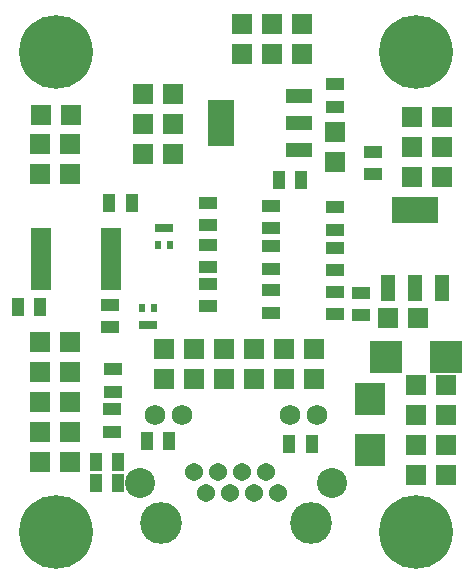
<source format=gbr>
G04 #@! TF.FileFunction,Soldermask,Bot*
%FSLAX46Y46*%
G04 Gerber Fmt 4.6, Leading zero omitted, Abs format (unit mm)*
G04 Created by KiCad (PCBNEW 4.0.2+e4-6225~38~ubuntu15.10.1-stable) date Út 31. květen 2016, 18:30:28 CEST*
%MOMM*%
G01*
G04 APERTURE LIST*
%ADD10C,0.300000*%
%ADD11C,3.540000*%
%ADD12C,2.540000*%
%ADD13C,1.540000*%
%ADD14C,1.740000*%
%ADD15R,1.764000X1.764000*%
%ADD16R,1.637000X1.129000*%
%ADD17R,1.129000X1.637000*%
%ADD18C,6.240000*%
%ADD19R,3.897600X2.272000*%
%ADD20R,1.256000X2.272000*%
%ADD21R,2.272000X3.897600*%
%ADD22R,2.272000X1.256000*%
%ADD23R,1.740000X0.690000*%
%ADD24R,2.790160X2.739360*%
%ADD25R,0.539720X0.689580*%
%ADD26R,2.541240X2.739360*%
G04 APERTURE END LIST*
D10*
D11*
X13970000Y5842000D03*
X26670000Y5842000D03*
D12*
X28450000Y9272000D03*
X12190000Y9272000D03*
D13*
X17780000Y8382000D03*
X19810000Y8382000D03*
X21840000Y8382000D03*
X23870000Y8382000D03*
X16760000Y10162000D03*
X18790000Y10162000D03*
X20820000Y10162000D03*
X22850000Y10162000D03*
D14*
X27180000Y14982000D03*
X24890000Y14982000D03*
X15750000Y14982000D03*
X13460000Y14982000D03*
D15*
X35560000Y17526000D03*
X38100000Y17526000D03*
X35560000Y14986000D03*
X38100000Y14986000D03*
X35560000Y12446000D03*
X38100000Y12446000D03*
X35560000Y9906000D03*
X38100000Y9906000D03*
D16*
X30861000Y25336500D03*
X30861000Y23431500D03*
X31877000Y35369500D03*
X31877000Y37274500D03*
D17*
X25844500Y34925000D03*
X23939500Y34925000D03*
D16*
X28702000Y41084500D03*
X28702000Y42989500D03*
D17*
X3746500Y24130000D03*
X1841500Y24130000D03*
D15*
X14224000Y18034000D03*
X14224000Y20574000D03*
X16764000Y18034000D03*
X16764000Y20574000D03*
X19304000Y18034000D03*
X19304000Y20574000D03*
X21844000Y18034000D03*
X21844000Y20574000D03*
X24384000Y18034000D03*
X24384000Y20574000D03*
X26924000Y18034000D03*
X26924000Y20574000D03*
X35179000Y40259000D03*
X37719000Y40259000D03*
X35179000Y37719000D03*
X37719000Y37719000D03*
X35179000Y35179000D03*
X37719000Y35179000D03*
X28702000Y38989000D03*
X28702000Y36449000D03*
X14986000Y37084000D03*
X14986000Y39624000D03*
X14986000Y42164000D03*
X20828000Y45593000D03*
X20828000Y48133000D03*
X23368000Y45593000D03*
X23368000Y48133000D03*
X25908000Y45593000D03*
X25908000Y48133000D03*
X3746500Y37909500D03*
X6286500Y37909500D03*
X6223000Y21209000D03*
X3683000Y21209000D03*
X6223000Y13589000D03*
X3683000Y13589000D03*
X6223000Y16129000D03*
X3683000Y16129000D03*
X6223000Y18669000D03*
X3683000Y18669000D03*
X6223000Y11049000D03*
X3683000Y11049000D03*
D18*
X5080000Y45720000D03*
X35560000Y5080000D03*
X5080000Y5080000D03*
X35560000Y45720000D03*
D17*
X24828500Y12573000D03*
X26733500Y12573000D03*
X14668500Y12827000D03*
X12763500Y12827000D03*
D16*
X17957800Y32956500D03*
X17957800Y31051500D03*
X17945100Y29413200D03*
X17945100Y27508200D03*
X17970500Y26098500D03*
X17970500Y24193500D03*
X23266400Y32727900D03*
X23266400Y30822900D03*
X23266400Y29298900D03*
X23266400Y27393900D03*
X23266400Y25565100D03*
X23266400Y23660100D03*
X28702000Y32600900D03*
X28702000Y30695900D03*
X28702000Y29171900D03*
X28702000Y27266900D03*
X28702000Y25438100D03*
X28702000Y23533100D03*
D17*
X9588500Y32956500D03*
X11493500Y32956500D03*
D16*
X9875520Y16987520D03*
X9875520Y18892520D03*
D19*
X35433000Y32385000D03*
D20*
X35433000Y25781000D03*
X33147000Y25781000D03*
X37719000Y25781000D03*
D21*
X19050000Y39751000D03*
D22*
X25654000Y39751000D03*
X25654000Y37465000D03*
X25654000Y42037000D03*
D23*
X3806400Y25919000D03*
X3806400Y26569000D03*
X3806400Y27219000D03*
X3806400Y27869000D03*
X3806400Y28519000D03*
X3806400Y29169000D03*
X3806400Y29819000D03*
X3806400Y30469000D03*
X9706400Y30469000D03*
X9706400Y29819000D03*
X9706400Y29169000D03*
X9706400Y28519000D03*
X9706400Y27869000D03*
X9706400Y27219000D03*
X9706400Y26569000D03*
X9706400Y25919000D03*
D24*
X38084760Y19939000D03*
X33035240Y19939000D03*
D16*
X9652000Y24320500D03*
X9652000Y22415500D03*
D25*
X13327380Y22666960D03*
X12326620Y22666960D03*
X13327380Y24069040D03*
X12827000Y22666960D03*
X12326620Y24069040D03*
X13723620Y30800040D03*
X14724380Y30800040D03*
X13723620Y29397960D03*
X14224000Y30800040D03*
X14724380Y29397960D03*
D15*
X12446000Y37084000D03*
X12446000Y39624000D03*
X12446000Y42164000D03*
X33210500Y23177500D03*
X35750500Y23177500D03*
D16*
X9842500Y15494000D03*
X9842500Y13589000D03*
D15*
X6286500Y35369500D03*
X3746500Y35369500D03*
D17*
X10350500Y9271000D03*
X8445500Y9271000D03*
X8445500Y10985500D03*
X10350500Y10985500D03*
D15*
X6299200Y40436800D03*
X3759200Y40436800D03*
D26*
X31648400Y12075160D03*
X31648400Y16372840D03*
M02*

</source>
